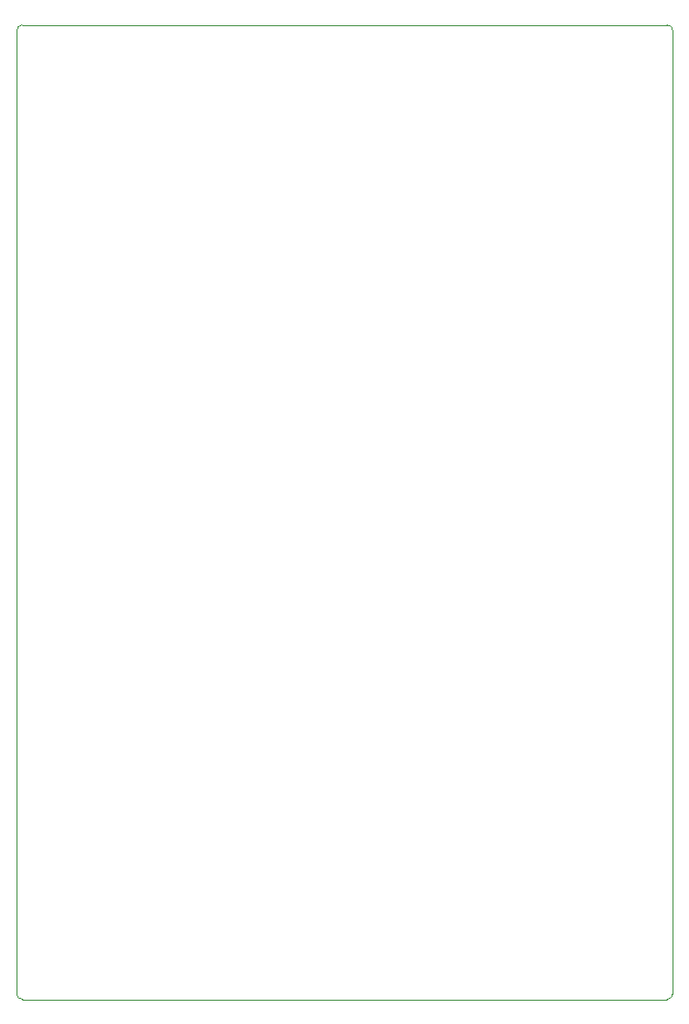
<source format=gm1>
%TF.GenerationSoftware,KiCad,Pcbnew,(6.0.1)*%
%TF.CreationDate,2022-01-31T08:21:46+01:00*%
%TF.ProjectId,LBS6_Rear_Plate,4c425336-5f52-4656-9172-5f506c617465,v1.0*%
%TF.SameCoordinates,Original*%
%TF.FileFunction,Profile,NP*%
%FSLAX46Y46*%
G04 Gerber Fmt 4.6, Leading zero omitted, Abs format (unit mm)*
G04 Created by KiCad (PCBNEW (6.0.1)) date 2022-01-31 08:21:46*
%MOMM*%
%LPD*%
G01*
G04 APERTURE LIST*
%TA.AperFunction,Profile*%
%ADD10C,0.050000*%
%TD*%
G04 APERTURE END LIST*
D10*
X81650000Y-131280000D02*
G75*
G03*
X82150000Y-131780000I500001J1D01*
G01*
X138890000Y-47280000D02*
G75*
G03*
X138390000Y-46780000I-500001J-1D01*
G01*
X82150000Y-46780000D02*
G75*
G03*
X81650000Y-47280000I1J-500001D01*
G01*
X138890000Y-47280000D02*
X138890000Y-131280000D01*
X82150000Y-46780000D02*
X138390000Y-46780000D01*
X81650000Y-131280000D02*
X81650000Y-47280000D01*
X138390000Y-131780000D02*
G75*
G03*
X138890000Y-131280000I-1J500001D01*
G01*
X138390000Y-131780000D02*
X82150000Y-131780000D01*
M02*

</source>
